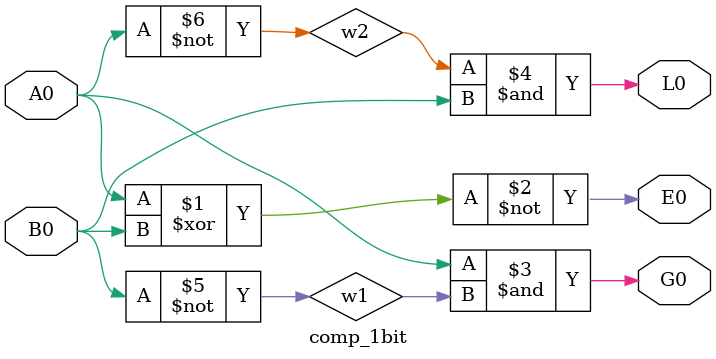
<source format=v>
`timescale 1ns / 1ps


module comp_1bit(output E0,G0,L0, input A0,B0);
wire w1,w2;

//Logic
xnor x(E0,A0,B0);
not n1(w1,B0);
and a1(G0,A0,w1);
not n2(w2,A0);
and a2(L0,w2,B0);

endmodule

</source>
